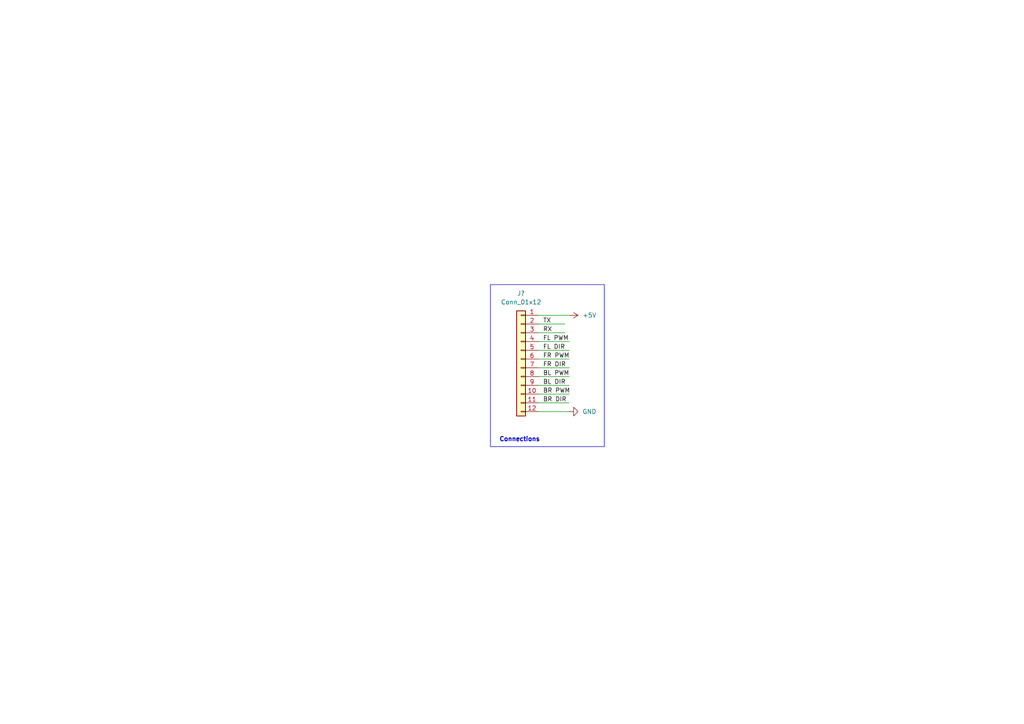
<source format=kicad_sch>
(kicad_sch (version 20230121) (generator eeschema)
  (paper "A4")
  (lib_symbols
    (symbol "Connector_Generic:Conn_01x12" (pin_names (offset 1.016) hide)
      (property "Reference" "J" (at 0 15.24 0))
      (property "Value" "Conn_01x12" (at 0 -17.78 0))
      (symbol "Conn_01x12_1_1"
        (rectangle (start -1.27 -15.113) (end 0 -15.367) (stroke (width 0.1524)))
        (rectangle (start -1.27 -12.573) (end 0 -12.827) (stroke (width 0.1524)))
        (rectangle (start -1.27 -10.033) (end 0 -10.287) (stroke (width 0.1524)))
        (rectangle (start -1.27 -7.493) (end 0 -7.747) (stroke (width 0.1524)))
        (rectangle (start -1.27 -4.953) (end 0 -5.207) (stroke (width 0.1524)))
        (rectangle (start -1.27 -2.413) (end 0 -2.667) (stroke (width 0.1524)))
        (rectangle (start -1.27 0.127) (end 0 -0.127) (stroke (width 0.1524)))
        (rectangle (start -1.27 2.667) (end 0 2.413) (stroke (width 0.1524)))
        (rectangle (start -1.27 5.207) (end 0 4.953) (stroke (width 0.1524)))
        (rectangle (start -1.27 7.747) (end 0 7.493) (stroke (width 0.1524)))
        (rectangle (start -1.27 10.287) (end 0 10.033) (stroke (width 0.1524)))
        (rectangle (start -1.27 12.827) (end 0 12.573) (stroke (width 0.1524)))
        (rectangle (start -1.27 13.97) (end 1.27 -16.51) (stroke (width 0.254)) (fill (type background)))
        (pin passive line (at -5.08 12.7 0) (length 3.81) (name "Pin_1") (number "1"))
        (pin passive line (at -5.08 -10.16 0) (length 3.81) (name "Pin_10") (number "10"))
        (pin passive line (at -5.08 -12.7 0) (length 3.81) (name "Pin_11") (number "11"))
        (pin passive line (at -5.08 -15.24 0) (length 3.81) (name "Pin_12") (number "12"))
        (pin passive line (at -5.08 10.16 0) (length 3.81) (name "Pin_2") (number "2"))
        (pin passive line (at -5.08 7.62 0) (length 3.81) (name "Pin_3") (number "3"))
        (pin passive line (at -5.08 5.08 0) (length 3.81) (name "Pin_4") (number "4"))
        (pin passive line (at -5.08 2.54 0) (length 3.81) (name "Pin_5") (number "5"))
        (pin passive line (at -5.08 0 0) (length 3.81) (name "Pin_6") (number "6"))
        (pin passive line (at -5.08 -2.54 0) (length 3.81) (name "Pin_7") (number "7"))
        (pin passive line (at -5.08 -5.08 0) (length 3.81) (name "Pin_8") (number "8"))
        (pin passive line (at -5.08 -7.62 0) (length 3.81) (name "Pin_9") (number "9"))
      )
    )
    (symbol "power:+5V" (power) (pin_names (offset 0))
      (property "Value" "+5V" (at 0 3.556 0))
      (symbol "+5V_0_1"
        (polyline (pts (xy -0.762 1.27) (xy 0 2.54)))
        (polyline (pts (xy 0 0) (xy 0 2.54)))
        (polyline (pts (xy 0 2.54) (xy 0.762 1.27)))
      )
      (symbol "+5V_1_1"
        (pin power_in line (at 0 0 90) (length 0) hide (name "+5V") (number "1"))
      )
    )
    (symbol "power:GND" (power) (pin_names (offset 0))
      (property "Value" "GND" (at 0 -3.81 0))
      (symbol "GND_0_1"
        (polyline (pts (xy 0 0) (xy 0 -1.27) (xy 1.27 -1.27) (xy 0 -2.54) (xy -1.27 -1.27) (xy 0 -1.27)))
      )
      (symbol "GND_1_1"
        (pin power_in line (at 0 0 270) (length 0) hide (name "GND") (number "1"))
      )
    )
  )
  (wire (pts (xy 156.21 93.98) (xy 163.83 93.98)))
  (wire (pts (xy 156.21 111.76) (xy 165.1 111.76)))
  (wire (pts (xy 156.21 109.22) (xy 165.1 109.22)))
  (wire (pts (xy 156.21 96.52) (xy 163.83 96.52)))
  (wire (pts (xy 156.21 106.68) (xy 165.1 106.68)))
  (wire (pts (xy 156.21 116.84) (xy 165.1 116.84)))
  (wire (pts (xy 156.21 119.38) (xy 165.1 119.38)))
  (wire (pts (xy 156.21 114.3) (xy 165.1 114.3)))
  (wire (pts (xy 156.21 91.44) (xy 165.1 91.44)))
  (wire (pts (xy 156.21 104.14) (xy 165.1 104.14)))
  (wire (pts (xy 156.21 101.6) (xy 165.1 101.6)))
  (wire (pts (xy 156.21 99.06) (xy 165.1 99.06)))
  (rectangle (start 142.24 82.55) (end 175.26 129.54))
  (text "Connections" (at 144.78 128.27 0) (effects (font (size 1.27 1.27) (thickness 0.254) bold) (justify left bottom)))
  (label "TX" (at 157.48 93.98 0))
  (label "BL PWM" (at 157.48 109.22 0))
  (label "FL PWM" (at 157.48 99.06 0))
  (label "RX" (at 157.48 96.52 0))
  (label "FR DIR" (at 157.48 106.68 0))
  (label "BR DIR" (at 157.48 116.84 0))
  (label "BL DIR" (at 157.48 111.76 0))
  (label "BR PWM" (at 157.48 114.3 0))
  (label "FL DIR" (at 157.48 101.6 0))
  (label "FR PWM" (at 157.48 104.14 0))
  (symbol (lib_id "power:GND") (at 165.1 119.38 90) (unit 1)
    (property "Reference" "#PWR?" (effects hide))
    (property "Value" "GND" (at 168.91 119.3799 90) (effects (justify right)))
    (instances (project "2024l2" (path "" (reference "#PWR?") (unit 1))) (project "2024l1" (path "" (reference "#PWR056") (unit 1)) (path "" (reference "#PWR056") (unit 1))) (project "2023l3-int" (path "" (reference "#PWR?") (unit 1))) (project "2023l1-int" (path "" (reference "#PWR03") (unit 1))))
  )
  (symbol (lib_id "Connector_Generic:Conn_01x12") (at 151.13 104.14 0) (mirror y) (unit 1)
    (property "Reference" "J?" (at 151.13 85.09 0))
    (property "Value" "Conn_01x12" (at 151.13 87.63 0))
  )
  (symbol (lib_id "power:+5V") (at 165.1 91.44 270) (unit 1)
    (property "Reference" "#PWR?" (effects hide))
    (property "Value" "+5V" (at 168.91 91.44 90) (effects (justify left)))
    (instances (project "2024l2" (path "" (reference "#PWR?") (unit 1))) (project "2024l1" (path "" (reference "#PWR055") (unit 1)) (path "" (reference "#PWR055") (unit 1))) (project "2023l3-int" (path "" (reference "#PWR?") (unit 1))) (project "2023l1-int" (path "" (reference "#PWR02") (unit 1))))
  )
)
</source>
